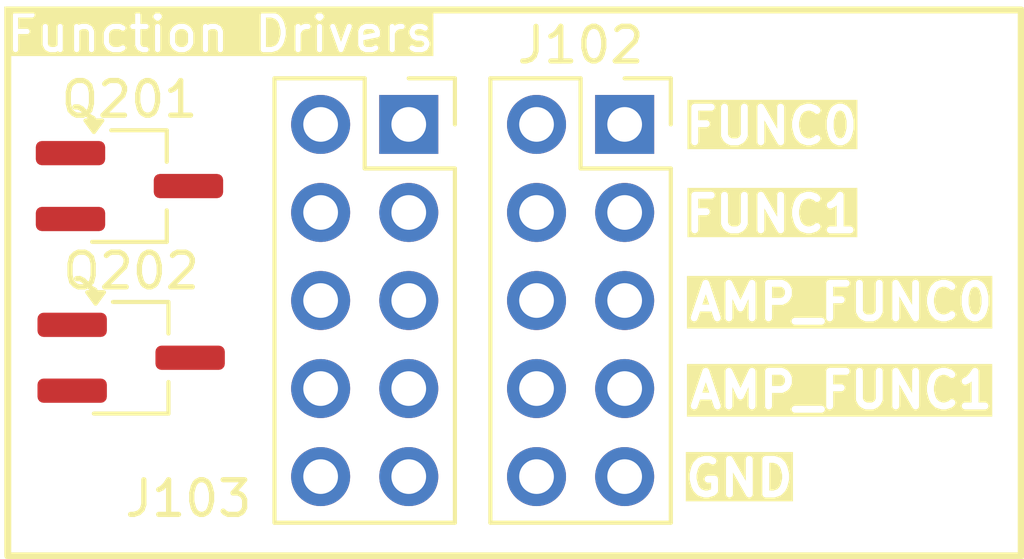
<source format=kicad_pcb>
(kicad_pcb (version 20240108) (generator "pcbnew") (generator_version "8.0")
  (layers (0 "F.Cu" signal) (31 "B.Cu" signal) (34 "B.Paste" user) (35 "F.Paste" user) (36 "B.SilkS" user "B.Silkscreen") (37 "F.SilkS" user "F.Silkscreen") (38 "B.Mask" user) (39 "F.Mask" user) (44 "Edge.Cuts" user))
  (net 0 "")
  (net 1 "/J_FUNC0")
  (net 2 "/J_AMP_FUNC0")
  (net 3 "GND")
  (net 4 "/J_FUNC1")
  (net 5 "/J_AMP_FUNC1")
  (net 6 "/FUNC0")
  (net 7 "/FUNC1")
  (net 8 "/AMP_FUNC1")
  (net 9 "/AMP_FUNC0")
  (net 10 "/GND")
  (footprint "Package_TO_SOT_SMD:SOT-23W_Handsoldering" (layer "F.Cu") (at 139.192 73.025)
    (property "Reference" "Q202" (at 0 -2.5 0) (layer "F.SilkS"))
    (property "Value" "AO3400A")
    (fp_line (start -1.075 1.61) (end 1.075 1.61) (stroke (width 0.12)) (layer "F.SilkS"))
    (fp_line (start -0.525 -1.61) (end 1.075 -1.61) (stroke (width 0.12)) (layer "F.SilkS"))
    (fp_line (start 1.075 -1.6) (end 1.075 -0.7) (stroke (width 0.12)) (layer "F.SilkS"))
    (fp_line (start 1.075 0.7) (end 1.075 1.61) (stroke (width 0.12)) (layer "F.SilkS"))
    (fp_poly (pts (xy -1.025 -1.56) (xy -1.265 -1.89) (xy -0.785 -1.89) (xy -1.025 -1.56)) (stroke (width 0.12)) (fill solid) (layer "F.SilkS"))
    (pad "1" smd roundrect (at -1.7 -0.95) (size 2 0.7) (layers "F.Cu" "F.Paste" "F.Mask") (net 4 "/J_FUNC1"))
    (pad "2" smd roundrect (at -1.7 0.95) (size 2 0.7) (layers "F.Cu" "F.Paste" "F.Mask") (net 3 "GND"))
    (pad "3" smd roundrect (at 1.700001 0) (size 2 0.7) (layers "F.Cu" "F.Paste" "F.Mask") (net 5 "/J_AMP_FUNC1"))
  )
  (footprint "Connector_PinSocket_2.54mm:PinSocket_2x05_P2.54mm_Vertical" (layer "F.Cu") (at 153.416 66.294)
    (property "Reference" "J102" (at -1.27 -2.286 0) (layer "F.SilkS"))
    (property "Value" "Conn_02x05_Odd_Even" (hide yes))
    (fp_line (start -3.87 -1.33) (end -3.87 11.49) (stroke (width 0.12)) (layer "F.SilkS"))
    (fp_line (start -3.87 -1.33) (end -1.27 -1.33) (stroke (width 0.12)) (layer "F.SilkS"))
    (fp_line (start -3.87 11.49) (end 1.33 11.49) (stroke (width 0.12)) (layer "F.SilkS"))
    (fp_line (start -1.27 -1.33) (end -1.27 1.27) (stroke (width 0.12)) (layer "F.SilkS"))
    (fp_line (start -1.27 1.27) (end 1.33 1.27) (stroke (width 0.12)) (layer "F.SilkS"))
    (fp_line (start 0 -1.33) (end 1.33 -1.33) (stroke (width 0.12)) (layer "F.SilkS"))
    (fp_line (start 1.33 -1.33) (end 1.33 0) (stroke (width 0.12)) (layer "F.SilkS"))
    (fp_line (start 1.33 1.27) (end 1.33 11.49) (stroke (width 0.12)) (layer "F.SilkS"))
    (pad "1" thru_hole rect (at 0 0) (size 1.7 1.7) (drill 1) (layers "*.Cu" "*.Mask") (net 6 "/FUNC0"))
    (pad "2" thru_hole oval (at -2.54 0) (size 1.7 1.7) (drill 1) (layers "*.Cu" "*.Mask") (net 1 "/J_FUNC0"))
    (pad "3" thru_hole oval (at 0 2.54) (size 1.7 1.7) (drill 1) (layers "*.Cu" "*.Mask") (net 7 "/FUNC1"))
    (pad "4" thru_hole oval (at -2.54 2.54) (size 1.7 1.7) (drill 1) (layers "*.Cu" "*.Mask") (net 4 "/J_FUNC1"))
    (pad "5" thru_hole oval (at 0 5.08) (size 1.7 1.7) (drill 1) (layers "*.Cu" "*.Mask") (net 9 "/AMP_FUNC0"))
    (pad "6" thru_hole oval (at -2.54 5.08) (size 1.7 1.7) (drill 1) (layers "*.Cu" "*.Mask") (net 2 "/J_AMP_FUNC0"))
    (pad "7" thru_hole oval (at 0 7.62) (size 1.7 1.7) (drill 1) (layers "*.Cu" "*.Mask") (net 8 "/AMP_FUNC1"))
    (pad "8" thru_hole oval (at -2.54 7.62) (size 1.7 1.7) (drill 1) (layers "*.Cu" "*.Mask") (net 5 "/J_AMP_FUNC1"))
    (pad "9" thru_hole oval (at 0 10.16) (size 1.7 1.7) (drill 1) (layers "*.Cu" "*.Mask") (net 10 "/GND"))
    (pad "10" thru_hole oval (at -2.54 10.16) (size 1.7 1.7) (drill 1) (layers "*.Cu" "*.Mask") (net 3 "GND"))
  )
  (footprint "Connector_PinSocket_2.54mm:PinSocket_2x05_P2.54mm_Vertical" (layer "F.Cu") (at 147.193 66.294)
    (property "Reference" "J103" (at -6.35 10.795 0) (layer "F.SilkS"))
    (property "Value" "Conn_02x05_Odd_Even" (hide yes))
    (fp_line (start -3.87 -1.33) (end -3.87 11.49) (stroke (width 0.12)) (layer "F.SilkS"))
    (fp_line (start -3.87 -1.33) (end -1.27 -1.33) (stroke (width 0.12)) (layer "F.SilkS"))
    (fp_line (start -3.87 11.49) (end 1.33 11.49) (stroke (width 0.12)) (layer "F.SilkS"))
    (fp_line (start -1.27 -1.33) (end -1.27 1.27) (stroke (width 0.12)) (layer "F.SilkS"))
    (fp_line (start -1.27 1.27) (end 1.33 1.27) (stroke (width 0.12)) (layer "F.SilkS"))
    (fp_line (start 0 -1.33) (end 1.33 -1.33) (stroke (width 0.12)) (layer "F.SilkS"))
    (fp_line (start 1.33 -1.33) (end 1.33 0) (stroke (width 0.12)) (layer "F.SilkS"))
    (fp_line (start 1.33 1.27) (end 1.33 11.49) (stroke (width 0.12)) (layer "F.SilkS"))
    (pad "1" thru_hole rect (at 0 0) (size 1.7 1.7) (drill 1) (layers "*.Cu" "*.Mask") (net 1 "/J_FUNC0"))
    (pad "2" thru_hole oval (at -2.54 0) (size 1.7 1.7) (drill 1) (layers "*.Cu" "*.Mask") (net 1 "/J_FUNC0"))
    (pad "3" thru_hole oval (at 0 2.54) (size 1.7 1.7) (drill 1) (layers "*.Cu" "*.Mask") (net 4 "/J_FUNC1"))
    (pad "4" thru_hole oval (at -2.54 2.54) (size 1.7 1.7) (drill 1) (layers "*.Cu" "*.Mask") (net 4 "/J_FUNC1"))
    (pad "5" thru_hole oval (at 0 5.08) (size 1.7 1.7) (drill 1) (layers "*.Cu" "*.Mask") (net 2 "/J_AMP_FUNC0"))
    (pad "6" thru_hole oval (at -2.54 5.08) (size 1.7 1.7) (drill 1) (layers "*.Cu" "*.Mask") (net 2 "/J_AMP_FUNC0"))
    (pad "7" thru_hole oval (at 0 7.62) (size 1.7 1.7) (drill 1) (layers "*.Cu" "*.Mask") (net 5 "/J_AMP_FUNC1"))
    (pad "8" thru_hole oval (at -2.54 7.62) (size 1.7 1.7) (drill 1) (layers "*.Cu" "*.Mask") (net 5 "/J_AMP_FUNC1"))
    (pad "9" thru_hole oval (at 0 10.16) (size 1.7 1.7) (drill 1) (layers "*.Cu" "*.Mask") (net 3 "GND"))
    (pad "10" thru_hole oval (at -2.54 10.16) (size 1.7 1.7) (drill 1) (layers "*.Cu" "*.Mask") (net 3 "GND"))
  )
  (footprint "Package_TO_SOT_SMD:SOT-23W_Handsoldering" (layer "F.Cu") (at 139.143 68.072)
    (property "Reference" "Q201" (at 0 -2.5 0) (layer "F.SilkS"))
    (property "Value" "AO3400A")
    (fp_line (start -1.075 1.61) (end 1.075 1.61) (stroke (width 0.12)) (layer "F.SilkS"))
    (fp_line (start -0.525 -1.61) (end 1.075 -1.61) (stroke (width 0.12)) (layer "F.SilkS"))
    (fp_line (start 1.075 -1.6) (end 1.075 -0.7) (stroke (width 0.12)) (layer "F.SilkS"))
    (fp_line (start 1.075 0.7) (end 1.075 1.61) (stroke (width 0.12)) (layer "F.SilkS"))
    (fp_poly (pts (xy -1.025 -1.56) (xy -1.265 -1.89) (xy -0.785 -1.89) (xy -1.025 -1.56)) (stroke (width 0.12)) (fill solid) (layer "F.SilkS"))
    (pad "1" smd roundrect (at -1.7 -0.95) (size 2 0.7) (layers "F.Cu" "F.Paste" "F.Mask") (net 1 "/J_FUNC0"))
    (pad "2" smd roundrect (at -1.7 0.95) (size 2 0.7) (layers "F.Cu" "F.Paste" "F.Mask") (net 3 "GND"))
    (pad "3" smd roundrect (at 1.700001 0) (size 2 0.7) (layers "F.Cu" "F.Paste" "F.Mask") (net 2 "/J_AMP_FUNC0"))
  )
  (gr_rect (start 135.636 62.992) (end 164.846 78.74) (stroke (width 0.2)) (fill none) (layer "F.SilkS"))
  (gr_text "FUNC0" (at 155.067 66.929 0) (layer "F.SilkS" knockout) (effects (font (size 1 1) (thickness 0.2) (bold yes)) (justify left bottom)))
  (gr_text "AMP_FUNC0" (at 155.194 72.009 0) (layer "F.SilkS" knockout) (effects (font (size 1 1) (thickness 0.2) (bold yes)) (justify left bottom)))
  (gr_text "FUNC1" (at 155.067 69.469 0) (layer "F.SilkS" knockout) (effects (font (size 1 1) (thickness 0.2) (bold yes)) (justify left bottom)))
  (gr_text "AMP_FUNC1" (at 155.194 74.549 0) (layer "F.SilkS" knockout) (effects (font (size 1 1) (thickness 0.2) (bold yes)) (justify left bottom)))
  (gr_text "Function Drivers" (at 135.5225 64.2655 0) (layer "F.SilkS" knockout) (effects (font (size 1 1)) (justify left bottom)))
  (gr_text "GND" (at 155.067 77.089 0) (layer "F.SilkS" knockout) (effects (font (size 1 1) (thickness 0.2) (bold yes)) (justify left bottom)))
)
</source>
